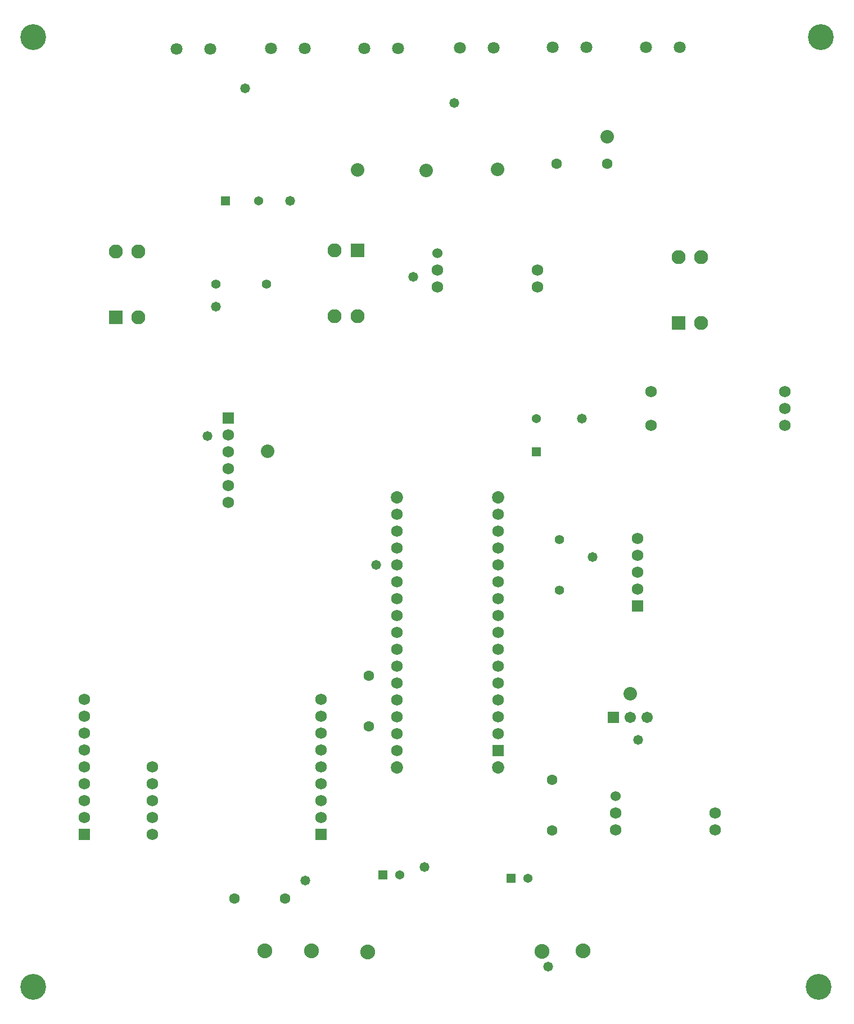
<source format=gts>
G04*
G04 #@! TF.GenerationSoftware,Altium Limited,Altium Designer,22.1.2 (22)*
G04*
G04 Layer_Color=8388736*
%FSLAX25Y25*%
%MOIN*%
G70*
G04*
G04 #@! TF.SameCoordinates,9DFE0AF1-0A3A-4F83-9DC9-4DC15A37C804*
G04*
G04*
G04 #@! TF.FilePolarity,Negative*
G04*
G01*
G75*
%ADD15C,0.07300*%
%ADD16C,0.06800*%
%ADD17R,0.06800X0.06800*%
%ADD18C,0.05400*%
%ADD19R,0.05400X0.05400*%
%ADD20C,0.08000*%
%ADD21R,0.06800X0.06800*%
%ADD22C,0.08300*%
%ADD23R,0.08300X0.08300*%
%ADD24C,0.15300*%
%ADD25C,0.06312*%
%ADD26C,0.08800*%
%ADD27C,0.06000*%
%ADD28C,0.06706*%
%ADD29R,0.06706X0.06706*%
%ADD30C,0.07100*%
%ADD31R,0.05400X0.05400*%
%ADD32C,0.05524*%
%ADD33C,0.05800*%
D15*
X329070Y305292D02*
D03*
X269070D02*
D03*
Y145292D02*
D03*
X329070D02*
D03*
D16*
X269070Y155292D02*
D03*
Y165292D02*
D03*
Y175292D02*
D03*
Y185292D02*
D03*
Y195292D02*
D03*
Y205292D02*
D03*
Y215292D02*
D03*
Y225292D02*
D03*
Y235292D02*
D03*
Y245292D02*
D03*
Y255292D02*
D03*
Y265292D02*
D03*
Y275292D02*
D03*
Y285292D02*
D03*
Y295292D02*
D03*
X329070D02*
D03*
Y285292D02*
D03*
Y275292D02*
D03*
Y265292D02*
D03*
Y255292D02*
D03*
Y245292D02*
D03*
Y235292D02*
D03*
Y225292D02*
D03*
Y215292D02*
D03*
Y205292D02*
D03*
Y195292D02*
D03*
Y185292D02*
D03*
Y175292D02*
D03*
Y165292D02*
D03*
X420000Y348000D02*
D03*
X499035Y358079D02*
D03*
Y348079D02*
D03*
Y368079D02*
D03*
X420000D02*
D03*
X224016Y175748D02*
D03*
Y185748D02*
D03*
X124016Y105748D02*
D03*
Y115748D02*
D03*
Y125748D02*
D03*
Y135748D02*
D03*
Y145748D02*
D03*
X224016Y165748D02*
D03*
Y155748D02*
D03*
Y145748D02*
D03*
Y135748D02*
D03*
Y125748D02*
D03*
Y115748D02*
D03*
X457874Y118268D02*
D03*
X398819Y108268D02*
D03*
Y118268D02*
D03*
X457874Y108268D02*
D03*
X352362Y439921D02*
D03*
X293307Y429921D02*
D03*
Y439921D02*
D03*
X352362Y429921D02*
D03*
X411811Y281024D02*
D03*
Y271024D02*
D03*
Y261024D02*
D03*
Y251024D02*
D03*
X169291Y332283D02*
D03*
Y342284D02*
D03*
Y322284D02*
D03*
Y312283D02*
D03*
Y302284D02*
D03*
X83740Y115512D02*
D03*
Y125512D02*
D03*
Y135512D02*
D03*
Y155512D02*
D03*
Y165512D02*
D03*
Y185512D02*
D03*
Y175512D02*
D03*
Y145512D02*
D03*
D17*
X329070Y155292D02*
D03*
D18*
X347000Y79606D02*
D03*
X271000Y81606D02*
D03*
X187209Y481048D02*
D03*
X351969Y351969D02*
D03*
D19*
X337000Y79606D02*
D03*
X261000Y81606D02*
D03*
X167524Y481048D02*
D03*
D20*
X407480Y188976D02*
D03*
X286614Y498819D02*
D03*
X245669Y499255D02*
D03*
X393761Y518926D02*
D03*
X328740Y499606D02*
D03*
X192397Y332441D02*
D03*
D21*
X224016Y105748D02*
D03*
X411811Y241024D02*
D03*
X169291Y352284D02*
D03*
X83740Y105512D02*
D03*
D22*
X245669Y412598D02*
D03*
X232269D02*
D03*
Y451598D02*
D03*
X102355Y450996D02*
D03*
X115755D02*
D03*
Y411996D02*
D03*
X436213Y447453D02*
D03*
X449613D02*
D03*
Y408453D02*
D03*
D23*
X245669Y451598D02*
D03*
X102355Y411996D02*
D03*
X436213Y408453D02*
D03*
D24*
X519291Y15354D02*
D03*
X520472Y577953D02*
D03*
X53543D02*
D03*
Y15354D02*
D03*
D25*
X363761Y502912D02*
D03*
X393761D02*
D03*
X361024Y137835D02*
D03*
Y107835D02*
D03*
X252362Y199646D02*
D03*
Y169646D02*
D03*
X202756Y67716D02*
D03*
X172756D02*
D03*
D26*
X251969Y35827D02*
D03*
X218504Y36614D02*
D03*
X190945D02*
D03*
X355118Y36220D02*
D03*
X379528Y36614D02*
D03*
D27*
X398819Y128268D02*
D03*
X293307Y449921D02*
D03*
D28*
X417480Y174803D02*
D03*
X407480D02*
D03*
D29*
X397480D02*
D03*
D30*
X326535Y571654D02*
D03*
X306535D02*
D03*
X361417Y572047D02*
D03*
X381417D02*
D03*
X416772Y572047D02*
D03*
X436772D02*
D03*
X249843Y571260D02*
D03*
X269843D02*
D03*
X138425Y570866D02*
D03*
X158425D02*
D03*
X194567Y571260D02*
D03*
X214567D02*
D03*
D31*
X351969Y332283D02*
D03*
D32*
X365354Y280354D02*
D03*
Y250354D02*
D03*
X191772Y431496D02*
D03*
X161772D02*
D03*
D33*
X385084Y270084D02*
D03*
X285433Y86158D02*
D03*
X161772Y418223D02*
D03*
X358724Y27130D02*
D03*
X214961Y78347D02*
D03*
X412159Y161517D02*
D03*
X378771Y351969D02*
D03*
X303150Y538976D02*
D03*
X278740Y435827D02*
D03*
X256755Y265292D02*
D03*
X179134Y547638D02*
D03*
X205878Y481075D02*
D03*
X156693Y341732D02*
D03*
M02*

</source>
